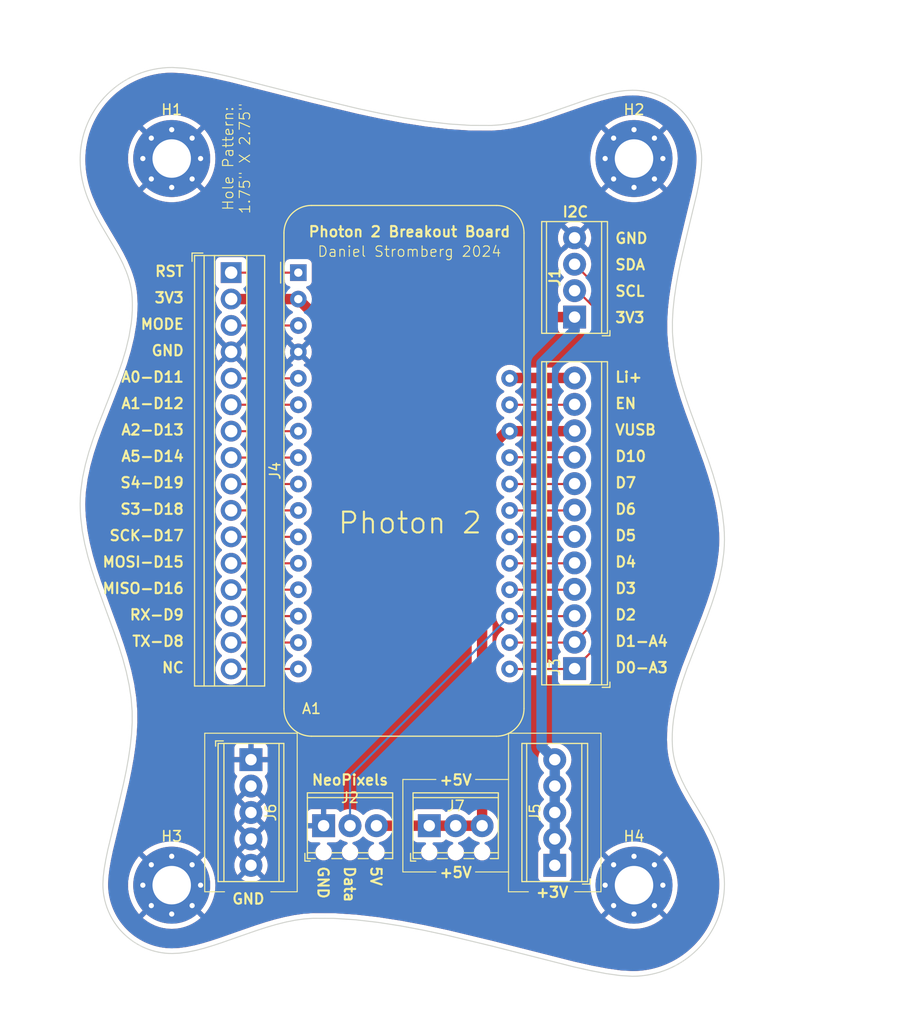
<source format=kicad_pcb>
(kicad_pcb (version 20240108) (generator "pcbnew") (generator_version "8.0")
  (layers (0 "F.Cu" signal) (31 "B.Cu" signal) (34 "B.Paste" user) (35 "F.Paste" user) (36 "B.SilkS" user "B.Silkscreen") (37 "F.SilkS" user "F.Silkscreen") (38 "B.Mask" user) (39 "F.Mask" user) (44 "Edge.Cuts" user))
  (net 0 "")
  (net 1 "GND")
  (net 2 "Net-(A1-SCK)")
  (net 3 "Net-(A1-~{RESET})")
  (net 4 "Net-(A1-MODE)")
  (net 5 "Net-(A1-D4)")
  (net 6 "Net-(A1-A5)")
  (net 7 "Net-(A1-SDA_A3)")
  (net 8 "Net-(A1-D6)")
  (net 9 "Net-(A1-RX)")
  (net 10 "Net-(A1-A2)")
  (net 11 "Net-(A1-D18_S3)")
  (net 12 "Net-(A1-D19_S4)")
  (net 13 "Net-(A1-D7)")
  (net 14 "Net-(A1-D10)")
  (net 15 "Net-(A1-TX)")
  (net 16 "Net-(A1-A0)")
  (net 17 "+5V")
  (net 18 "Net-(A1-A1)")
  (net 19 "+3V3")
  (net 20 "Net-(A1-D5)")
  (net 21 "Net-(A1-NC)")
  (net 22 "+BATT")
  (net 23 "Net-(A1-SCL_A4)")
  (net 24 "Net-(A1-MOSI)")
  (net 25 "Net-(A1-D3)")
  (net 26 "Net-(A1-MISO)")
  (net 27 "Net-(A1-EN)")
  (net 28 "Net-(A1-D2)")
  (footprint "TerminalBlock:TerminalBlock_Xinya_XY308-2.54-16P_1x16_P2.54mm_Horizontal" (layer "F.Cu") (at 121.285 77.005768 -90)
    (property "Reference" "J4" (at 19.05 -4.22 90) (layer "F.SilkS"))
    (property "Value" "Screw_Terminal_01x16")
    (fp_line (start -1.88 3.76) (end -1.08 3.76) (stroke (width 0.12)) (layer "F.SilkS"))
    (fp_line (start -1.64 3.52) (end 39.74 3.52) (stroke (width 0.12)) (layer "F.SilkS"))
    (fp_line (start -1.88 2.72) (end -1.88 3.76) (stroke (width 0.12)) (layer "F.SilkS"))
    (fp_line (start -1.64 2.6) (end 39.74 2.6) (stroke (width 0.12)) (layer "F.SilkS"))
    (fp_line (start -1.64 1.6) (end 39.74 1.6) (stroke (width 0.12)) (layer "F.SilkS"))
    (fp_line (start -1.64 -1.501) (end 39.74 -1.501) (stroke (width 0.12)) (layer "F.SilkS"))
    (fp_line (start -1.64 -3.22) (end -1.64 3.52) (stroke (width 0.12)) (layer "F.SilkS"))
    (fp_line (start -1.64 -3.22) (end 39.74 -3.22) (stroke (width 0.12)) (layer "F.SilkS"))
    (fp_line (start 39.74 -3.22) (end 39.74 3.52) (stroke (width 0.12)) (layer "F.SilkS"))
    (pad "1" thru_hole rect (at 0 0 270) (size 2 2) (drill 1.2) (layers "*.Cu" "*.Mask") (net 3 "Net-(A1-~{RESET})"))
    (pad "2" thru_hole circle (at 2.54 0 270) (size 2 2) (drill 1.2) (layers "*.Cu" "*.Mask") (net 19 "+3V3"))
    (pad "3" thru_hole circle (at 5.08 0 270) (size 2 2) (drill 1.2) (layers "*.Cu" "*.Mask") (net 4 "Net-(A1-MODE)"))
    (pad "4" thru_hole circle (at 7.62 0 270) (size 2 2) (drill 1.2) (layers "*.Cu" "*.Mask") (net 1 "GND"))
    (pad "5" thru_hole circle (at 10.16 0 270) (size 2 2) (drill 1.2) (layers "*.Cu" "*.Mask") (net 16 "Net-(A1-A0)"))
    (pad "6" thru_hole circle (at 12.7 0 270) (size 2 2) (drill 1.2) (layers "*.Cu" "*.Mask") (net 18 "Net-(A1-A1)"))
    (pad "7" thru_hole circle (at 15.24 0 270) (size 2 2) (drill 1.2) (layers "*.Cu" "*.Mask") (net 10 "Net-(A1-A2)"))
    (pad "8" thru_hole circle (at 17.78 0 270) (size 2 2) (drill 1.2) (layers "*.Cu" "*.Mask") (net 6 "Net-(A1-A5)"))
    (pad "9" thru_hole circle (at 20.32 0 270) (size 2 2) (drill 1.2) (layers "*.Cu" "*.Mask") (net 12 "Net-(A1-D19_S4)"))
    (pad "10" thru_hole circle (at 22.86 0 270) (size 2 2) (drill 1.2) (layers "*.Cu" "*.Mask") (net 11 "Net-(A1-D18_S3)"))
    (pad "11" thru_hole circle (at 25.4 0 270) (size 2 2) (drill 1.2) (layers "*.Cu" "*.Mask") (net 2 "Net-(A1-SCK)"))
    (pad "12" thru_hole circle (at 27.94 0 270) (size 2 2) (drill 1.2) (layers "*.Cu" "*.Mask") (net 24 "Net-(A1-MOSI)"))
    (pad "13" thru_hole circle (at 30.48 0 270) (size 2 2) (drill 1.2) (layers "*.Cu" "*.Mask") (net 26 "Net-(A1-MISO)"))
    (pad "14" thru_hole circle (at 33.02 0 270) (size 2 2) (drill 1.2) (layers "*.Cu" "*.Mask") (net 9 "Net-(A1-RX)"))
    (pad "15" thru_hole circle (at 35.56 0 270) (size 2 2) (drill 1.2) (layers "*.Cu" "*.Mask") (net 15 "Net-(A1-TX)"))
    (pad "16" thru_hole circle (at 38.1 0 270) (size 2 2) (drill 1.2) (layers "*.Cu" "*.Mask") (net 21 "Net-(A1-NC)"))
  )
  (footprint "TerminalBlock_Phoenix:TerminalBlock_Phoenix_MPT-0,5-5-2.54_1x05_P2.54mm_Horizontal" (layer "F.Cu") (at 152.4 133.985 90)
    (property "Reference" "J5" (at 5.08 -1.905 -90) (layer "F.SilkS"))
    (property "Value" "+3V")
    (fp_line (start 11.72 -3.16) (end 11.72 3.16) (stroke (width 0.12)) (layer "F.SilkS"))
    (fp_line (start -1.56 -3.16) (end 11.72 -3.16) (stroke (width 0.12)) (layer "F.SilkS"))
    (fp_line (start -1.56 -3.16) (end -1.56 3.16) (stroke (width 0.12)) (layer "F.SilkS"))
    (fp_line (start -1.56 -2.7) (end 11.72 -2.7) (stroke (width 0.12)) (layer "F.SilkS"))
    (fp_line (start -1.56 2.6) (end 11.72 2.6) (stroke (width 0.12)) (layer "F.SilkS"))
    (fp_line (start -1.8 2.66) (end -1.8 3.4) (stroke (width 0.12)) (layer "F.SilkS"))
    (fp_line (start -1.56 3.16) (end 11.72 3.16) (stroke (width 0.12)) (layer "F.SilkS"))
    (fp_line (start -1.8 3.4) (end -1.3 3.4) (stroke (width 0.12)) (layer "F.SilkS"))
    (pad "1" thru_hole rect (at 0 0 90) (size 2.2 2.2) (drill 1.1) (layers "*.Cu" "*.Mask") (net 19 "+3V3"))
    (pad "2" thru_hole circle (at 2.54 0 90) (size 2.2 2.2) (drill 1.1) (layers "*.Cu" "*.Mask") (net 19 "+3V3"))
    (pad "3" thru_hole circle (at 5.08 0 90) (size 2.2 2.2) (drill 1.1) (layers "*.Cu" "*.Mask") (net 19 "+3V3"))
    (pad "4" thru_hole circle (at 7.62 0 90) (size 2.2 2.2) (drill 1.1) (layers "*.Cu" "*.Mask") (net 19 "+3V3"))
    (pad "5" thru_hole circle (at 10.16 0 90) (size 2.2 2.2) (drill 1.1) (layers "*.Cu" "*.Mask") (net 19 "+3V3"))
  )
  (footprint "MountingHole:MountingHole_3.7mm_Pad_Via" (layer "F.Cu") (at 115.57 135.89)
    (property "Reference" "H3" (at 0 -4.7 0) (layer "F.SilkS"))
    (property "Value" "MountingHole_Pad")
    (pad "1" thru_hole circle (at -2.775 0) (size 0.8 0.8) (drill 0.5) (layers "*.Cu" "*.Mask") (net 1 "GND"))
    (pad "1" thru_hole circle (at -1.962221 -1.962221) (size 0.8 0.8) (drill 0.5) (layers "*.Cu" "*.Mask") (net 1 "GND"))
    (pad "1" thru_hole circle (at -1.962221 1.962221) (size 0.8 0.8) (drill 0.5) (layers "*.Cu" "*.Mask") (net 1 "GND"))
    (pad "1" thru_hole circle (at 0 -2.775) (size 0.8 0.8) (drill 0.5) (layers "*.Cu" "*.Mask") (net 1 "GND"))
    (pad "1" thru_hole circle (at 0 0) (size 7.4 7.4) (drill 3.7) (layers "*.Cu" "*.Mask") (net 1 "GND"))
    (pad "1" thru_hole circle (at 0 2.775) (size 0.8 0.8) (drill 0.5) (layers "*.Cu" "*.Mask") (net 1 "GND"))
    (pad "1" thru_hole circle (at 1.962221 -1.962221) (size 0.8 0.8) (drill 0.5) (layers "*.Cu" "*.Mask") (net 1 "GND"))
    (pad "1" thru_hole circle (at 1.962221 1.962221) (size 0.8 0.8) (drill 0.5) (layers "*.Cu" "*.Mask") (net 1 "GND"))
    (pad "1" thru_hole circle (at 2.775 0) (size 0.8 0.8) (drill 0.5) (layers "*.Cu" "*.Mask") (net 1 "GND"))
  )
  (footprint "TerminalBlock_Phoenix:TerminalBlock_Phoenix_MPT-0,5-12-2.54_1x12_P2.54mm_Horizontal" (layer "F.Cu") (at 154.305 115.072162 90)
    (property "Reference" "J3" (at 0.137162 -1.905 -90) (layer "F.SilkS"))
    (property "Value" "Screw_Terminal_01x12")
    (fp_line (start 29.501 -3.16) (end 29.501 3.16) (stroke (width 0.12)) (layer "F.SilkS"))
    (fp_line (start -1.56 -3.16) (end 29.501 -3.16) (stroke (width 0.12)) (layer "F.SilkS"))
    (fp_line (start -1.56 -3.16) (end -1.56 3.16) (stroke (width 0.12)) (layer "F.SilkS"))
    (fp_line (start -1.56 -2.7) (end 29.501 -2.7) (stroke (width 0.12)) (layer "F.SilkS"))
    (fp_line (start -1.56 2.6) (end 29.501 2.6) (stroke (width 0.12)) (layer "F.SilkS"))
    (fp_line (start -1.8 2.66) (end -1.8 3.4) (stroke (width 0.12)) (layer "F.SilkS"))
    (fp_line (start -1.56 3.16) (end 29.501 3.16) (stroke (width 0.12)) (layer "F.SilkS"))
    (fp_line (start -1.8 3.4) (end -1.3 3.4) (stroke (width 0.12)) (layer "F.SilkS"))
    (pad "1" thru_hole rect (at 0 0 90) (size 2.2 2.2) (drill 1.1) (layers "*.Cu" "*.Mask") (net 7 "Net-(A1-SDA_A3)"))
    (pad "2" thru_hole circle (at 2.54 0 90) (size 2.2 2.2) (drill 1.1) (layers "*.Cu" "*.Mask") (net 23 "Net-(A1-SCL_A4)"))
    (pad "3" thru_hole circle (at 5.08 0 90) (size 2.2 2.2) (drill 1.1) (layers "*.Cu" "*.Mask") (net 28 "Net-(A1-D2)"))
    (pad "4" thru_hole circle (at 7.62 0 90) (size 2.2 2.2) (drill 1.1) (layers "*.Cu" "*.Mask") (net 25 "Net-(A1-D3)"))
    (pad "5" thru_hole circle (at 10.16 0 90) (size 2.2 2.2) (drill 1.1) (layers "*.Cu" "*.Mask") (net 5 "Net-(A1-D4)"))
    (pad "6" thru_hole circle (at 12.7 0 90) (size 2.2 2.2) (drill 1.1) (layers "*.Cu" "*.Mask") (net 20 "Net-(A1-D5)"))
    (pad "7" thru_hole circle (at 15.24 0 90) (size 2.2 2.2) (drill 1.1) (layers "*.Cu" "*.Mask") (net 8 "Net-(A1-D6)"))
    (pad "8" thru_hole circle (at 17.78 0 90) (size 2.2 2.2) (drill 1.1) (layers "*.Cu" "*.Mask") (net 13 "Net-(A1-D7)"))
    (pad "9" thru_hole circle (at 20.32 0 90) (size 2.2 2.2) (drill 1.1) (layers "*.Cu" "*.Mask") (net 14 "Net-(A1-D10)"))
    (pad "10" thru_hole circle (at 22.86 0 90) (size 2.2 2.2) (drill 1.1) (layers "*.Cu" "*.Mask") (net 17 "+5V"))
    (pad "11" thru_hole circle (at 25.4 0 90) (size 2.2 2.2) (drill 1.1) (layers "*.Cu" "*.Mask") (net 27 "Net-(A1-EN)"))
    (pad "12" thru_hole circle (at 27.94 0 90) (size 2.2 2.2) (drill 1.1) (layers "*.Cu" "*.Mask") (net 22 "+BATT"))
  )
  (footprint "TerminalBlock_Phoenix:TerminalBlock_Phoenix_MPT-0,5-3-2.54_1x03_P2.54mm_Horizontal" (layer "F.Cu") (at 130.175 130.175)
    (property "Reference" "J2" (at 2.54 -2.7 0) (layer "F.SilkS"))
    (property "Value" "NeoPixels")
    (fp_line (start -1.8 2.66) (end -1.8 3.4) (stroke (width 0.12)) (layer "F.SilkS"))
    (fp_line (start -1.8 3.4) (end -1.3 3.4) (stroke (width 0.12)) (layer "F.SilkS"))
    (fp_line (start -1.56 -3.16) (end -1.56 3.16) (stroke (width 0.12)) (layer "F.SilkS"))
    (fp_line (start -1.56 -3.16) (end 6.64 -3.16) (stroke (width 0.12)) (layer "F.SilkS"))
    (fp_line (start -1.56 -2.7) (end 6.64 -2.7) (stroke (width 0.12)) (layer "F.SilkS"))
    (fp_line (start -1.56 2.6) (end -0.79 2.6) (stroke (width 0.12)) (layer "F.SilkS"))
    (fp_line (start -1.56 3.16) (end -0.79 3.16) (stroke (width 0.12)) (layer "F.SilkS"))
    (fp_line (start 0.79 2.6) (end 1.75 2.6) (stroke (width 0.12)) (layer "F.SilkS"))
    (fp_line (start 0.79 3.16) (end 1.75 3.16) (stroke (width 0.12)) (layer "F.SilkS"))
    (fp_line (start 3.33 2.6) (end 4.29 2.6) (stroke (width 0.12)) (layer "F.SilkS"))
    (fp_line (start 3.33 3.16) (end 4.29 3.16) (stroke (width 0.12)) (layer "F.SilkS"))
    (fp_line (start 5.87 2.6) (end 6.64 2.6) (stroke (width 0.12)) (layer "F.SilkS"))
    (fp_line (start 5.87 3.16) (end 6.64 3.16) (stroke (width 0.12)) (layer "F.SilkS"))
    (fp_line (start 6.64 -3.16) (end 6.64 3.16) (stroke (width 0.12)) (layer "F.SilkS"))
    (pad "" np_thru_hole circle (at 0 2.54) (size 1.1 1.1) (drill 1.1) (layers "*.Cu" "*.Mask"))
    (pad "" np_thru_hole circle (at 2.54 2.54) (size 1.1 1.1) (drill 1.1) (layers "*.Cu" "*.Mask"))
    (pad "" np_thru_hole circle (at 5.08 2.54) (size 1.1 1.1) (drill 1.1) (layers "*.Cu" "*.Mask"))
    (pad "1" thru_hole rect (at 0 0) (size 2.2 2.2) (drill 1.1) (layers "*.Cu" "*.Mask") (net 1 "GND"))
    (pad "2" thru_hole circle (at 2.54 0) (size 2.2 2.2) (drill 1.1) (layers "*.Cu" "*.Mask") (net 28 "Net-(A1-D2)"))
    (pad "3" thru_hole circle (at 5.08 0) (size 2.2 2.2) (drill 1.1) (layers "*.Cu" "*.Mask") (net 17 "+5V"))
  )
  (footprint "TerminalBlock_Phoenix:TerminalBlock_Phoenix_MPT-0,5-5-2.54_1x05_P2.54mm_Horizontal" (layer "F.Cu") (at 123.19 123.825 -90)
    (property "Reference" "J6" (at 5.08 -1.905 90) (layer "F.SilkS"))
    (property "Value" "GND")
    (fp_line (start -1.8 3.4) (end -1.3 3.4) (stroke (width 0.12)) (layer "F.SilkS"))
    (fp_line (start -1.56 3.16) (end 11.72 3.16) (stroke (width 0.12)) (layer "F.SilkS"))
    (fp_line (start -1.8 2.66) (end -1.8 3.4) (stroke (width 0.12)) (layer "F.SilkS"))
    (fp_line (start -1.56 2.6) (end 11.72 2.6) (stroke (width 0.12)) (layer "F.SilkS"))
    (fp_line (start -1.56 -2.7) (end 11.72 -2.7) (stroke (width 0.12)) (layer "F.SilkS"))
    (fp_line (start -1.56 -3.16) (end -1.56 3.16) (stroke (width 0.12)) (layer "F.SilkS"))
    (fp_line (start -1.56 -3.16) (end 11.72 -3.16) (stroke (width 0.12)) (layer "F.SilkS"))
    (fp_line (start 11.72 -3.16) (end 11.72 3.16) (stroke (width 0.12)) (layer "F.SilkS"))
    (pad "1" thru_hole rect (at 0 0 270) (size 2.2 2.2) (drill 1.1) (layers "*.Cu" "*.Mask") (net 1 "GND"))
    (pad "2" thru_hole circle (at 2.54 0 270) (size 2.2 2.2) (drill 1.1) (layers "*.Cu" "*.Mask") (net 1 "GND"))
    (pad "3" thru_hole circle (at 5.08 0 270) (size 2.2 2.2) (drill 1.1) (layers "*.Cu" "*.Mask") (net 1 "GND"))
    (pad "4" thru_hole circle (at 7.62 0 270) (size 2.2 2.2) (drill 1.1) (layers "*.Cu" "*.Mask") (net 1 "GND"))
    (pad "5" thru_hole circle (at 10.16 0 270) (size 2.2 2.2) (drill 1.1) (layers "*.Cu" "*.Mask") (net 1 "GND"))
  )
  (footprint "MountingHole:MountingHole_3.7mm_Pad_Via" (layer "F.Cu") (at 160.02 66.04)
    (property "Reference" "H2" (at 0 -4.7 0) (layer "F.SilkS"))
    (property "Value" "MountingHole_Pad")
    (pad "1" thru_hole circle (at -2.775 0) (size 0.8 0.8) (drill 0.5) (layers "*.Cu" "*.Mask") (net 1 "GND"))
    (pad "1" thru_hole circle (at -1.962221 -1.962221) (size 0.8 0.8) (drill 0.5) (layers "*.Cu" "*.Mask") (net 1 "GND"))
    (pad "1" thru_hole circle (at -1.962221 1.962221) (size 0.8 0.8) (drill 0.5) (layers "*.Cu" "*.Mask") (net 1 "GND"))
    (pad "1" thru_hole circle (at 0 -2.775) (size 0.8 0.8) (drill 0.5) (layers "*.Cu" "*.Mask") (net 1 "GND"))
    (pad "1" thru_hole circle (at 0 0) (size 7.4 7.4) (drill 3.7) (layers "*.Cu" "*.Mask") (net 1 "GND"))
    (pad "1" thru_hole circle (at 0 2.775) (size 0.8 0.8) (drill 0.5) (layers "*.Cu" "*.Mask") (net 1 "GND"))
    (pad "1" thru_hole circle (at 1.962221 -1.962221) (size 0.8 0.8) (drill 0.5) (layers "*.Cu" "*.Mask") (net 1 "GND"))
    (pad "1" thru_hole circle (at 1.962221 1.962221) (size 0.8 0.8) (drill 0.5) (layers "*.Cu" "*.Mask") (net 1 "GND"))
    (pad "1" thru_hole circle (at 2.775 0) (size 0.8 0.8) (drill 0.5) (layers "*.Cu" "*.Mask") (net 1 "GND"))
  )
  (footprint "MountingHole:MountingHole_3.7mm_Pad_Via" (layer "F.Cu") (at 115.57 66.04)
    (property "Reference" "H1" (at 0 -4.7 0) (layer "F.SilkS"))
    (property "Value" "MountingHole_Pad")
    (pad "1" thru_hole circle (at -2.775 0) (size 0.8 0.8) (drill 0.5) (layers "*.Cu" "*.Mask") (net 1 "GND"))
    (pad "1" thru_hole circle (at -1.962221 -1.962221) (size 0.8 0.8) (drill 0.5) (layers "*.Cu" "*.Mask") (net 1 "GND"))
    (pad "1" thru_hole circle (at -1.962221 1.962221) (size 0.8 0.8) (drill 0.5) (layers "*.Cu" "*.Mask") (net 1 "GND"))
    (pad "1" thru_hole circle (at 0 -2.775) (size 0.8 0.8) (drill 0.5) (layers "*.Cu" "*.Mask") (net 1 "GND"))
    (pad "1" thru_hole circle (at 0 0) (size 7.4 7.4) (drill 3.7) (layers "*.Cu" "*.Mask") (net 1 "GND"))
    (pad "1" thru_hole circle (at 0 2.775) (size 0.8 0.8) (drill 0.5) (layers "*.Cu" "*.Mask") (net 1 "GND"))
    (pad "1" thru_hole circle (at 1.962221 -1.962221) (size 0.8 0.8) (drill 0.5) (layers "*.Cu" "*.Mask") (net 1 "GND"))
    (pad "1" thru_hole circle (at 1.962221 1.962221) (size 0.8 0.8) (drill 0.5) (layers "*.Cu" "*.Mask") (net 1 "GND"))
    (pad "1" thru_hole circle (at 2.775 0) (size 0.8 0.8) (drill 0.5) (layers "*.Cu" "*.Mask") (net 1 "GND"))
  )
  (footprint "TerminalBlock_Phoenix:TerminalBlock_Phoenix_MPT-0,5-4-2.54_1x04_P2.54mm_Horizontal" (layer "F.Cu") (at 154.305 81.28 90)
    (property "Reference" "J1" (at 3.81 -1.905 -90) (layer "F.SilkS") (effects (font (thickness 0.2) (bold yes))))
    (property "Value" "I2C" (hide yes))
    (fp_line (start 9.18 -3.16) (end 9.18 3.16) (stroke (width 0.12)) (layer "F.SilkS"))
    (fp_line (start -1.56 -3.16) (end 9.18 -3.16) (stroke (width 0.12)) (layer "F.SilkS"))
    (fp_line (start -1.56 -3.16) (end -1.56 3.16) (stroke (width 0.12)) (layer "F.SilkS"))
    (fp_line (start -1.56 -2.7) (end 9.18 -2.7) (stroke (width 0.12)) (layer "F.SilkS"))
    (fp_line (start -1.56 2.6) (end 9.18 2.6) (stroke (width 0.12)) (layer "F.SilkS"))
    (fp_line (start -1.8 2.66) (end -1.8 3.4) (stroke (width 0.12)) (layer "F.SilkS"))
    (fp_line (start -1.56 3.16) (end 9.18 3.16) (stroke (width 0.12)) (layer "F.SilkS"))
    (fp_line (start -1.8 3.4) (end -1.3 3.4) (stroke (width 0.12)) (layer "F.SilkS"))
    (pad "1" thru_hole rect (at 0 0 90) (size 2.2 2.2) (drill 1.1) (layers "*.Cu" "*.Mask") (net 19 "+3V3"))
    (pad "2" thru_hole circle (at 2.54 0 90) (size 2.2 2.2) (drill 1.1) (layers "*.Cu" "*.Mask") (net 23 "Net-(A1-SCL_A4)"))
    (pad "3" thru_hole circle (at 5.08 0 90) (size 2.2 2.2) (drill 1.1) (layers "*.Cu" "*.Mask") (net 7 "Net-(A1-SDA_A3)"))
    (pad "4" thru_hole circle (at 7.62 0 90) (size 2.2 2.2) (drill 1.1) (layers "*.Cu" "*.Mask") (net 1 "GND"))
  )
  (footprint "MountingHole:MountingHole_3.7mm_Pad_Via" (layer "F.Cu") (at 160.02 135.89)
    (property "Reference" "H4" (at 0 -4.7 0) (layer "F.SilkS"))
    (property "Value" "MountingHole_Pad")
    (pad "1" thru_hole circle (at -2.775 0) (size 0.8 0.8) (drill 0.5) (layers "*.Cu" "*.Mask") (net 1 "GND"))
    (pad "1" thru_hole circle (at -1.962221 -1.962221) (size 0.8 0.8) (drill 0.5) (layers "*.Cu" "*.Mask") (net 1 "GND"))
    (pad "1" thru_hole circle (at -1.962221 1.962221) (size 0.8 0.8) (drill 0.5) (layers "*.Cu" "*.Mask") (net 1 "GND"))
    (pad "1" thru_hole circle (at 0 -2.775) (size 0.8 0.8) (drill 0.5) (layers "*.Cu" "*.Mask") (net 1 "GND"))
    (pad "1" thru_hole circle (at 0 0) (size 7.4 7.4) (drill 3.7) (layers "*.Cu" "*.Mask") (net 1 "GND"))
    (pad "1" thru_hole circle (at 0 2.775) (size 0.8 0.8) (drill 0.5) (layers "*.Cu" "*.Mask") (net 1 "GND"))
    (pad "1" thru_hole circle (at 1.962221 -1.962221) (size 0.8 0.8) (drill 0.5) (layers "*.Cu" "*.Mask") (net 1 "GND"))
    (pad "1" thru_hole circle (at 1.962221 1.962221) (size 0.8 0.8) (drill 0.5) (layers "*.Cu" "*.Mask") (net 1 "GND"))
    (pad "1" thru_hole circle (at 2.775 0) (size 0.8 0.8) (drill 0.5) (layers "*.Cu" "*.Mask") (net 1 "GND"))
  )
  (footprint "ParticleBoards:Photon_2" (layer "F.Cu") (at 127.7425 77.01)
    (property "Reference" "A1" (at 1.27 41.91 0) (layer "F.SilkS"))
    (property "Value" "Particle_Photon_2")
    (fp_line (start -1.7 1) (end -1.7 -1) (stroke (width 0.12)) (layer "F.SilkS"))
    (fp_line (start -1.38 -3.81) (end -1.38 41.91) (stroke (width 0.12)) (layer "F.SilkS"))
    (fp_line (start 19.05 -6.46) (end 1.27 -6.46) (stroke (width 0.12)) (layer "F.SilkS"))
    (fp_line (start 19.05 44.56) (end 1.27 44.56) (stroke (width 0.12)) (layer "F.SilkS"))
    (fp_line (start 21.7 -3.81) (end 21.7 41.91) (stroke (width 0.12)) (layer "F.SilkS"))
    (fp_arc (start -1.38 -3.81) (mid -0.603833 -5.683833) (end 1.27 -6.46) (stroke (width 0.12)) (layer "F.SilkS"))
    (fp_arc (start 1.27 44.56) (mid -0.603833 43.783833) (end -1.38 41.91) (stroke (width 0.12)) (layer "F.SilkS"))
    (fp_arc (start 19.05 -6.46) (mid 20.923833 -5.683833) (end 21.7 -3.81) (stroke (width 0.12)) (layer "F.SilkS"))
    (fp_arc (start 21.7 41.91) (mid 20.923833 43.783833) (end 19.05 44.56) (stroke (width 0.12)) (layer "F.SilkS"))
    (pad "1" thru_hole rect (at 0 0 180) (size 1.6 1.6) (drill 0.8) (layers "*.Cu" "*.Mask") (net 3 "Net-(A1-~{RESET})"))
    (pad "2" thru_hole circle (at 0 2.54 180) (size 1.6 1.6) (drill 0.8) (layers "*.Cu" "*.Mask") (net 19 "+3V3"))
    (pad "3" thru_hole circle (at 0 5.08 180) (size 1.6 1.6) (drill 0.8) (layers "*.Cu" "*.Mask") (net 4 "Net-(A1-MODE)"))
    (pad "4" thru_hole circle (at 0 7.62 180) (size 1.6 1.6) (drill 0.8) (layers "*.Cu" "*.Mask") (net 1 "GND"))
    (pad "5" thru_hole circle (at 0 10.16 180) (size 1.6 1.6) (drill 0.8) (layers "*.Cu" "*.Mask") (net 16 "Net-(A1-A0)"))
    (pad "6" thru_hole circle (at 0 12.7 180) (size 1.6 1.6) (drill 0.8) (layers "*.Cu" "*.Mask") (net 18 "Net-(A1-A1)"))
    (pad "7" thru_hole circle (at 0 15.24 180) (size 1.6 1.6) (drill 0.8) (layers "*.Cu" "*.Mask") (net 10 "Net-(A1-A2)"))
    (pad "8" thru_hole circle (at 0 17.78 180) (size 1.6 1.6) (drill 0.8) (layers "*.Cu" "*.Mask") (net 6 "Net-(A1-A5)"))
    (pad "9" thru_hole circle (at 0 20.32 180) (size 1.6 1.6) (drill 0.8) (layers "*.Cu" "*.Mask") (net 12 "Net-(A1-D19_S4)"))
    (pad "10" thru_hole circle (at 0 22.86 180) (size 1.6 1.6) (drill 0.8) (layers "*.Cu" "*.Mask") (net 11 "Net-(A1-D18_S3)"))
    (pad "11" thru_hole circle (at 0 25.4 180) (size 1.6 1.6) (drill 0.8) (layers "*.Cu" "*.Mask") (net 2 "Net-(A1-SCK)"))
    (pad "12" thru_hole circle (at 0 27.94 180) (size 1.6 1.6) (drill 0.8) (layers "*.Cu" "*.Mask") (net 24 "Net-(A1-MOSI)"))
    (pad "13" thru_hole circle (at 0 30.48 180) (size 1.6 1.6) (drill 0.8) (layers "*.Cu" "*.Mask") (net 26 "Net-(A1-MISO)"))
    (pad "14" thru_hole circle (at 0 33.02 180) (size 1.6 1.6) (drill 0.8) (layers "*.Cu" "*.Mask") (net 9 "Net-(A1-RX)"))
    (pad "15" thru_hole circle (at 0 35.56 180) (size 1.6 1.6) (drill 0.8) (layers "*.Cu" "*.Mask") (net 15 "Net-(A1-TX)"))
    (pad "16" thru_hole circle (at 0 38.1 180) (size 1.6 1.6) (drill 0.8) (layers "*.Cu" "*.Mask") (net 21 "Net-(A1-NC)"))
    (pad "17" thru_hole circle (at 20.32 38.1 180) (size 1.6 1.6) (drill 0.8) (layers "*.Cu" "*.Mask") (net 7 "Net-(A1-SDA_A3)"))
    (pad "18" thru_hole circle (at 20.32 35.56 180) (size 1.6 1.6) (drill 0.8) (layers "*.Cu" "*.Mask") (net 23 "Net-(A1-SCL_A4)"))
    (pad "19" thru_hole circle (at 20.32 33.02 180) (size 1.6 1.6) (drill 0.8) (layers "*.Cu" "*.Mask") (net 28 "Net-(A1-D2)"))
    (pad "20" thru_hole circle (at 20.32 30.48 180) (size 1.6 1.6) (drill 0.8) (layers "*.Cu" "*.Mask") (net 25 "Net-(A1-D3)"))
    (pad "21" thru_hole circle (at 20.32 27.94 180) (size 1.6 1.6) (drill 0.8) (layers "*.Cu" "*.Mask") (net 5 "Net-(A1-D4)"))
    (pad "22" thru_hole circle (at 20.32 25.4 180) (size 1.6 1.6) (drill 0.8) (layers "*.Cu" "*.Mask") (net 20 "Net-(A1-D5)"))
    (pad "23" thru_hole circle (at 20.32 22.86 180) (size 1.6 1.6) (drill 0.8) (layers "*.Cu" "*.Mask") (net 8 "Net-(A1-D6)"))
    (pad "24" thru_hole circle (at 20.32 20.32 180) (size 1.6 1.6) (drill 0.8) (layers "*.Cu" "*.Mask") (net 13 "Net-(A1-D7)"))
    (pad "25" thru_hole circle (at 20.32 17.78 180) (size 1.6 1.6) (drill 0.8) (layers "*.Cu" "*.Mask") (net 14 "Net-(A1-D10)"))
    (pad "26" thru_hole circle (at 20.32 15.24 180) (size 1.6 1.6) (drill 0.8) (layers "*.Cu" "*.Mask") (net 17 "+5V"))
    (pad "27" thru_hole circle (at 20.32 12.7 180) (size 1.6 1.6) (drill 0.8) (layers "*.Cu" "*.Mask") (net 27 "Net-(A1-EN)"))
    (pad "28" thru_hole circle (at 20.32 10.16 180) (size 1.6 1.6) (drill 0.8) (layers "*.Cu" "*.Mask") (net 22 "+BATT"))
  )
  (footprint "TerminalBlock_Phoenix:TerminalBlock_Phoenix_MPT-0,5-3-2.54_1x03_P2.54mm_Horizontal" (layer "F.Cu") (at 140.335 130.175)
    (property "Reference" "J7" (at 2.54 -1.905 0) (layer "F.SilkS"))
    (property "Value" "+5V")
    (fp_line (start -1.8 2.66) (end -1.8 3.4) (stroke (width 0.12)) (layer "F.SilkS"))
    (fp_line (start -1.8 3.4) (end -1.3 3.4) (stroke (width 0.12)) (layer "F.SilkS"))
    (fp_line (start -1.56 -3.16) (end -1.56 3.16) (stroke (width 0.12)) (layer "F.SilkS"))
    (fp_line (start -1.56 -3.16) (end 6.64 -3.16) (stroke (width 0.12)) (layer "F.SilkS"))
    (fp_line (start -1.56 -2.7) (end 6.64 -2.7) (stroke (width 0.12)) (layer "F.SilkS"))
    (fp_line (start -1.56 2.6) (end -0.79 2.6) (stroke (width 0.12)) (layer "F.SilkS"))
    (fp_line (start -1.56 3.16) (end -0.79 3.16) (stroke (width 0.12)) (layer "F.SilkS"))
    (fp_line (start 0.79 2.6) (end 1.75 2.6) (stroke (width 0.12)) (layer "F.SilkS"))
    (fp_line (start 0.79 3.16) (end 1.75 3.16) (stroke (width 0.12)) (layer "F.SilkS"))
    (fp_line (start 3.33 2.6) (end 4.29 2.6) (stroke (width 0.12)) (layer "F.SilkS"))
    (fp_line (start 3.33 3.16) (end 4.29 3.16) (stroke (width 0.12)) (layer "F.SilkS"))
    (fp_line (start 5.87 2.6) (end 6.64 2.6) (stroke (width 0.12)) (layer "F.SilkS"))
    (fp_line (start 5.87 3.16) (end 6.64 3.16) (stroke (width 0.12)) (layer "F.SilkS"))
    (fp_line (start 6.64 -3.16) (end 6.64 3.16) (stroke (width 0.12)) (layer "F.SilkS"))
    (pad "" np_thru_hole circle (at 0 2.54) (size 1.1 1.1) (drill 1.1) (layers "*.Cu" "*.Mask"))
    (pad "" np_thru_hole circle (at 2.54 2.54) (size 1.1 1.1) (drill 1.1) (layers "*.Cu" "*.Mask"))
    (pad "" np_thru_hole circle (at 5.08 2.54) (size 1.1 1.1) (drill 1.1) (layers "*.Cu" "*.Mask"))
    (pad "1" thru_hole rect (at 0 0) (size 2.2 2.2) (drill 1.1) (layers "*.Cu" "*.Mask") (net 17 "+5V"))
    (pad "2" thru_hole circle (at 2.54 0) (size 2.2 2.2) (drill 1.1) (layers "*.Cu" "*.Mask") (net 17 "+5V"))
    (pad "3" thru_hole circle (at 5.08 0) (size 2.2 2.2) (drill 1.1) (layers "*.Cu" "*.Mask") (net 17 "+5V"))
  )
  (gr_line (start 144.78 125.73) (end 147.955 125.73) (stroke (width 0.1)) (layer "F.SilkS"))
  (gr_line (start 127.635 136.525) (end 127.635 121.285) (stroke (width 0.1)) (layer "F.SilkS"))
  (gr_line (start 147.955 121.285) (end 147.955 136.525) (stroke (width 0.1)) (layer "F.SilkS"))
  (gr_line (start 125.095 136.525) (end 127.635 136.525) (stroke (width 0.1)) (layer "F.SilkS"))
  (gr_line (start 154.305 136.525) (end 156.845 136.525) (stroke (width 0.1)) (layer "F.SilkS"))
  (gr_line (start 147.955 136.525) (end 149.86 136.525) (stroke (width 0.1)) (layer "F.SilkS"))
  (gr_line (start 137.795 134.62) (end 137.795 125.73) (stroke (width 0.1)) (layer "F.SilkS"))
  (gr_line (start 127.635 121.285) (end 118.745 121.285) (stroke (width 0.1)) (layer "F.SilkS"))
  (gr_line (start 137.795 125.73) (end 140.97 125.73) (stroke (width 0.1)) (layer "F.SilkS"))
  (gr_line (start 144.78 134.62) (end 147.955 134.62) (stroke (width 0.1)) (layer "F.SilkS"))
  (gr_line (start 156.845 136.525) (end 156.845 121.285) (stroke (width 0.1)) (layer "F.SilkS"))
  (gr_line (start 118.745 136.525) (end 120.65 136.525) (stroke (width 0.1)) (layer "F.SilkS"))
  (gr_line (start 140.97 134.62) (end 137.795 134.62) (stroke (width 0.1)) (layer "F.SilkS"))
  (gr_line (start 118.745 121.285) (end 118.745 136.525) (stroke (width 0.1)) (layer "F.SilkS"))
  (gr_line (start 156.845 121.285) (end 147.955 121.285) (stroke (width 0.1)) (layer "F.SilkS"))
  (gr_poly (pts (xy 116.768317 57.354035) (xy 118.114863 57.541069) (xy 119.635698 57.83102) (xy 121.31115 58.206071) (xy 129.165656 60.200994) (xy 133.509109 61.245878) (xy 135.716031 61.717824) (xy 137.920184 62.132353) (xy 140.101898 62.47165) (xy 142.241498 62.717899) (xy 144.319312 62.853288) (xy 146.315667 62.86) (xy 147.192989 62.796976) (xy 148.078089 62.670985) (xy 148.968432 62.491275) (xy 149.861484 62.267097) (xy 150.754711 62.0077) (xy 151.645577 61.722332) (xy 153.410088 61.110686) (xy 155.134742 60.506154) (xy 155.975785 60.229679) (xy 156.799259 59.982731) (xy 157.60263 59.774559) (xy 158.383363 59.614412) (xy 159.138923 59.511541) (xy 159.866776 59.475193) (xy 160.209516 59.483862) (xy 160.547764 59.509591) (xy 160.881101 59.551961) (xy 161.209108 59.610554) (xy 161.531366 59.684952) (xy 161.847457 59.774734) (xy 162.156961 59.879484) (xy 162.459459 59.998782) (xy 162.754532 60.132209) (xy 163.041762 60.279347) (xy 163.320729 60.439777) (xy 163.591015 60.613081) (xy 163.8522 60.798839) (xy 164.103866 60.996634) (xy 164.345593 61.206046) (xy 164.576963 61.426657) (xy 164.797556 61.658048) (xy 165.006954 61.8998) (xy 165.204737 62.151496) (xy 165.390488 62.412715) (xy 165.563785 62.68304) (xy 165.724212 62.962052) (xy 165.871348 63.249332) (xy 166.004775 63.544461) (xy 166.124074 63.847021) (xy 166.228826 64.156593) (xy 166.318611 64.472759) (xy 166.393011 64.795099) (xy 166.451608 65.123196) (xy 166.493981 65.45663) (xy 166.519712 65.794983) (xy 166.528382 66.137836) (xy 166.49437 66.84573) (xy 166.398472 67.637317) (xy 166.249899 68.50412) (xy 166.057862 69.437662) (xy 165.039266 73.669675) (xy 164.508643 75.965706) (xy 164.270235 77.129056) (xy 164.062043 78.291328) (xy 163.893277 79.444042) (xy 163.773148 80.578723) (xy 163.710865 81.686893) (xy 163.715638 82.760074) (xy 163.816049 84.034668) (xy 164.007594 85.296802) (xy 164.276807 86.548267) (xy 164.610216 87.790849) (xy 164.994355 89.026339) (xy 165.415752 90.256524) (xy 166.316451 92.708136) (xy 167.204562 95.159996) (xy 167.610225 96.39049) (xy 167.972333 97.626412) (xy 168.277419 98.869551) (xy 168.512014 100.121695) (xy 168.662647 101.384633) (xy 168.70227 102.020709) (xy 168.715852 102.660154) (xy 168.700301 103.299621) (xy 168.655025 103.935761) (xy 168.483558 105.198938) (xy 168.217967 106.451437) (xy 167.874771 107.695012) (xy 167.470487 108.931417) (xy 167.021633 110.162406) (xy 166.056286 112.615151) (xy 165.110871 115.067275) (xy 164.686932 116.29749) (xy 164.31753 117.532811) (xy 164.019182 118.774991) (xy 163.808405 120.025786) (xy 163.741018 120.654961) (xy 163.701718 121.286948) (xy 163.69257 121.921965) (xy 163.715638 122.560231) (xy 163.755582 122.993463) (xy 163.819743 123.417833) (xy 163.90645 123.8341) (xy 164.014031 124.243026) (xy 164.140815 124.64537) (xy 164.285132 125.041891) (xy 164.619674 125.820508) (xy 165.004289 126.584957) (xy 165.425604 127.341317) (xy 166.324859 128.854094) (xy 166.776056 129.62267) (xy 167.210473 130.407477) (xy 167.61474 131.214596) (xy 167.975486 132.050107) (xy 168.13536 132.480409) (xy 168.27934 132.920089) (xy 168.405755 133.369907) (xy 168.512933 133.830623) (xy 168.599203 134.302997) (xy 168.662894 134.787789) (xy 168.702334 135.285758) (xy 168.715852 135.797666) (xy 168.704335 136.253086) (xy 168.670158 136.702528) (xy 168.613875 137.145436) (xy 168.536044 137.581254) (xy 168.437221 138.009425) (xy 168.31796 138.429394) (xy 168.17882 138.840605) (xy 168.020355 139.242501) (xy 167.843122 139.634526) (xy 167.647676 140.016125) (xy 167.434575 140.386741) (xy 167.204373 140.745818) (xy 166.957628 141.092799) (xy 166.694895 141.42713) (xy 166.41673 141.748253) (xy 166.12369 142.055613) (xy 165.81633 142.348653) (xy 165.495207 142.626818) (xy 165.160877 142.889551) (xy 164.813895 143.136296) (xy 164.454818 143.366498) (xy 164.084203 143.579599) (xy 163.702604 143.775044) (xy 163.310579 143.952278) (xy 162.908683 144.110742) (xy 162.497472 144.249883) (xy 162.077503 144.369143) (xy 161.649331 144.467966) (xy 161.213513 144.545797) (xy 160.770605 144.602078) (xy 160.321163 144.636255) (xy 159.865743 144.647771) (xy 158.71316 144.581462) (xy 157.366616 144.394411) (xy 155.845783 144.104435) (xy 154.170333 143.72935) (xy 146.315829 141.734248) (xy 141.972376 140.689269) (xy 139.765454 140.217279) (xy 137.561299 139.80271) (xy 135.379585 139.46338) (xy 133.239983 139.217104) (xy 131.162167 139.081698) (xy 129.165811 139.074979) (xy 128.288489 139.138009) (xy 127.403389 139.264018) (xy 126.513045 139.443753) (xy 125.619993 139.667966) (xy 124.726767 139.927403) (xy 123.835901 140.212815) (xy 122.071389 140.824558) (xy 120.346736 141.429188) (xy 119.505693 141.705707) (xy 118.682218 141.952694) (xy 117.878847 142.160899) (xy 117.098114 142.321071) (xy 116.342553 142.423958) (xy 115.6147 142.460309) (xy 115.284546 142.452116) (xy 114.956608 142.427689) (xy 114.631433 142.387255) (xy 114.309571 142.331042) (xy 113.991568 142.259277) (xy 113.677972 142.172188) (xy 113.369331 142.070002) (xy 113.066193 141.952946) (xy 112.769105 141.821248) (xy 112.478615 141.675135) (xy 112.195271 141.514836) (xy 111.91962 141.340576) (xy 111.652211 141.152584) (xy 111.393592 140.951087) (xy 111.144308 140.736313) (xy 110.90491 140.508489) (xy 110.677084 140.269091) (xy 110.462308 140.019812) (xy 110.260811 139.761197) (xy 110.072818 139.49379) (xy 109.898559 139.218137) (xy 109.738259 138.934783) (xy 109.592147 138.644274) (xy 109.46045 138.347155) (xy 109.343394 138.043971) (xy 109.241209 137.735267) (xy 109.154121 137.421589) (xy 109.082356 137.103481) (xy 109.026144 136.78149) (xy 108.985711 136.45616) (xy 108.961284 136.128037) (xy 108.953091 135.797666) (xy 108.987104 135.089767) (xy 109.083002 134.298163) (xy 109.231575 133.431334) (xy 109.423612 132.497759) (xy 110.44221 128.265567) (xy 110.972834 125.969441) (xy 111.211242 124.806046) (xy 111.419435 123.643736) (xy 111.588201 122.490988) (xy 111.70833 121.356281) (xy 111.770613 120.248095) (xy 111.765839 119.174909) (xy 111.665429 117.90032) (xy 111.473883 116.638201) (xy 111.204671 115.386761) (xy 110.871262 114.144211) (xy 110.487124 112.908761) (xy 110.065726 111.678619) (xy 109.165028 109.227102) (xy 108.276917 106.775337) (xy 107.871255 105.544887) (xy 107.509146 104.309005) (xy 107.204061 103.065899) (xy 106.969466 101.813781) (xy 106.818833 100.55086) (xy 106.77921 99.914789) (xy 106.765628 99.275346) (xy 106.781179 98.635878) (xy 106.826455 97.999738) (xy 106.997922 96.736561) (xy 107.263512 95.484061) (xy 107.606708 94.240486) (xy 108.010991 93.00408) (xy 108.459845 91.773091) (xy 109.425192 89.320346) (xy 110.370606 86.868222) (xy 110.794544 85.638008) (xy 111.163946 84.402688) (xy 111.462295 83.160508) (xy 111.673071 81.909714) (xy 111.740459 81.280539) (xy 111.779759 80.648553) (xy 111.788907 80.013536) (xy 111.765839 79.37527) (xy 111.725895 78.942038) (xy 111.661734 78.517668) (xy 111.575027 78.1014) (xy 111.467446 77.692474) (xy 111.340662 77.29013) (xy 111.196346 76.893608) (xy 110.861803 76.11499) (xy 110.477189 75.35054) (xy 110.055873 74.594179) (xy 109.15662 73.081401) (xy 108.705423 72.312825) (xy 108.271006 71.528018) (xy 107.866739 70.720899) (xy 107.505993 69.885389) (xy 107.346119 69.455087) (xy 107.202139 69.015408) (xy 107.075725 68.56559) (xy 106.968547 68.104875) (xy 106.882277 67.632502) (xy 106.818586 67.147711) (xy 106.779146 66.649743) (xy 106.765628 66.137837) (xy 106.777145 65.682417) (xy 106.811323 65.232975) (xy 106.867605 64.790067) (xy 106.945436 64.354249) (xy 107.04426 63.926077) (xy 107.16352 63.506108) (xy 107.302661 63.094897) (xy 107.461126 62.693001) (xy 107.638359 62.300976) (xy 107.833804 61.919377) (xy 108.046906 61.548761) (xy 108.277107 61.189684) (xy 108.523852 60.842703) (xy 108.786585 60.508372) (xy 109.064749 60.187249) (xy 109.357789 59.879889) (xy 109.665149 59.586849) (xy 109.986272 59.308684) (xy 110.320602 59.045951) (xy 110.667583 58.799206) (xy 111.02666 58.569004) (xy 111.397275 58.355903) (xy 111.778874 58.160458) (xy 112.170899 57.983224) (xy 112.572794 57.82476) (xy 112.984005 57.685619) (xy 113.403974 57.566359) (xy 113.832145 57.467536) (xy 114.267963 57.389705) (xy 114.710871 57.333424) (xy 115.160313 57.299247) (xy 115.615733 57.287731)) (stroke (width 0.1) (color 255 0 0 1)) (fill none) (layer "Edge.Cuts"))
  (gr_text "SCK-D17" (at 116.84 102.87 0) (layer "F.SilkS") (effects (font (size 1 1) (thickness 0.2) (bold yes)) (justify right bottom)))
  (gr_text "S4-D19" (at 116.84 97.79 0) (layer "F.SilkS") (effects (font (size 1 1) (thickness 0.2) (bold yes)) (justify right bottom)))
  (gr_text "Photon 2" (at 131.445 102.235 0) (layer "F.SilkS") (effects (font (size 2 2) (thickness 0.2) (bold yes)) (justify left bottom)))
  (gr_text "VUSB" (at 158.115 92.71 0) (layer "F.SilkS") (effects (font (size 1 1) (thickness 0.2) (bold yes)) (justify left bottom)))
  (gr_text "I2C" (at 153.035 71.755 0) (layer "F.SilkS") (effects (font (size 1 1) (thickness 0.2) (bold yes)) (justify left bottom)))
  (gr_text "GND" (at 129.54 133.985 270) (layer "F.SilkS") (effects (font (size 1 1) (thickness 0.2) (bold yes)) (justify left bottom)))
  (gr_text "A0-D11" (at 116.84 87.63 0) (layer "F.SilkS") (effects (font (size 1 1) (thickness 0.2) (bold yes)) (justify right bottom)))
  (gr_text "Li+" (at 158.115 87.63 0) (layer "F.SilkS") (effects (font (size 1 1) (thickness 0.2) (bold yes)) (justify left bottom)))
  (gr_text "+3V\n" (at 150.495 137.16 0) (layer "F.SilkS") (effects (font (size 1 1) (thickness 0.2) (bold yes)) (justify left bottom)))
  (gr_text "Hole Pattern:\n1.75{dblquote} X 2.75{dblquote}" (at 123.19 66.04 90) (layer "F.SilkS") (effects (font (size 1 1) (thickness 0.1)) (justify bottom)))
  (gr_text "GND" (at 158.115 74.295 0) (layer "F.SilkS") (effects (font (size 1 1) (thickness 0.2) (bold yes)) (justify left bottom)))
  (gr_text "RX-D9" (at 116.84 110.49 0) (layer "F.SilkS") (effects (font (size 1 1) (thickness 0.2) (bold yes)) (justify right bottom)))
  (gr_text "Photon 2 Breakout Board" (at 138.43 73.66 0) (layer "F.SilkS") (effects (font (size 1 1) (thickness 0.2) (bold yes)) (justify bottom)))
  (gr_text "A5-D14" (at 116.84 95.25 0) (layer "F.SilkS") (effects (font (size 1 1) (thickness 0.2) (bold yes)) (justify right bottom)))
  (gr_text "GND" (at 116.84 85.09 0) (layer "F.SilkS") (effects (font (size 1 1) (thickness 0.2) (bold yes)) (justify right bottom)))
  (gr_text "MOSI-D15" (at 116.84 105.41 0) (layer "F.SilkS") (effects (font (size 1 1) (thickness 0.2) (bold yes)) (justify right bottom)))
  (gr_text "MISO-D16" (at 116.84 107.95 0) (layer "F.SilkS") (effects (font (size 1 1) (thickness 0.2) (bold yes)) (justify right bottom)))
  (gr_text "D10" (at 158.115 95.25 0) (layer "F.SilkS") (effects (font (size 1 1) (thickness 0.2) (bold yes)) (justify left bottom)))
  (gr_text "EN" (at 158.115 90.17 0) (layer "F.SilkS") (effects (font (size 1 1) (thickness 0.2) (bold yes)) (justify left bottom)))
  (gr_text "D6" (at 158.115 100.33 0) (layer "F.SilkS") (effects (font (size 1 1) (thickness 0.2) (bold yes)) (justify left bottom)))
  (gr_text "D1-A4" (at 158.115 113.03 0) (layer "F.SilkS") (effects (font (size 1 1) (thickness 0.2) (bold yes)) (justify left bottom)))
  (gr_text "MODE" (at 116.84 82.55 0) (layer "F.SilkS") (effects (font (size 1 1) (thickness 0.2) (bold yes)) (justify right bottom)))
  (gr_text "TX-D8" (at 116.84 113.03 0) (layer "F.SilkS") (effects (font (size 1 1) (thickness 0.2) (bold yes)) (justify right bottom)))
  (gr_text "+5V" (at 142.875 135.255 0) (layer "F.SilkS") (effects (font (size 1 1) (thickness 0.2) (bold yes)) (justify bottom)))
  (gr_text "Daniel Stromberg 2024" (at 138.43 75.565 0) (layer "F.SilkS") (effects (font (size 1 1) (thickness 0.1)) (justify bottom)))
  (gr_text "D2" (at 158.115 110.49 0) (layer "F.SilkS") (effects (font (size 1 1) (thickness 0.2) (bold yes)) (justify left bottom)))
  (gr_text "S3-D18" (at 116.84 100.33 0) (layer "F.SilkS") (effects (font (size 1 1) (thickness 0.2) (bold yes)) (justify right bottom)))
  (gr_text "RST" (at 116.84 77.47 0) (layer "F.SilkS") (effects (font (size 1 1) (thickness 0.2) (bold yes)) (justify right bottom)))
  (gr_text "D3" (at 158.115 107.95 0) (layer "F.SilkS") (effects (font (size 1 1) (thickness 0.2) (bold yes)) (justify left bottom)))
  (gr_text "NeoPixels" (at 132.715 126.365 0) (layer "F.SilkS") (effects (font (size 1 1) (thickness 0.2) (bold yes)) (justify bottom)))
  (gr_text "Data" (at 132.08 133.985 270) (layer "F.SilkS") (effects (font (size 1 1) (thickness 0.2) (bold yes)) (justify left bottom)))
  (gr_text "A2-D13" (at 116.84 92.71 0) (layer "F.SilkS") (effects (font (size 1 1) (thickness 0.2) (bold yes)) (justify right bottom)))
  (gr_text "D5" (at 158.115 102.87 0) (layer "F.SilkS") (effects (font (size 1 1) (thickness 0.2) (bold yes)) (justify left bottom)))
  (gr_text "SDA" (at 158.115 76.835 0) (layer "F.SilkS") (effects (font (size 1 1) (thickness 0.2) (bold yes)) (justify left bottom)))
  (gr_text "+5V" (at 142.875 126.365 0) (layer "F.SilkS") (effects (font (size 1 1) (thickness 0.2) (bold yes)) (justify bottom)))
  (gr_text "NC" (at 116.84 115.57 0) (layer "F.SilkS") (effects (font (size 1 1) (thickness 0.2) (bold yes)) (justify right bottom)))
  (gr_text "SCL" (at 158.115 79.375 0) (layer "F.SilkS") (effects (font (size 1 1) (thickness 0.2) (bold yes)) (justify left bottom)))
  (gr_text "5V" (at 134.62 133.985 270) (layer "F.SilkS") (effects (font (size 1 1) (thickness 0.2) (bold yes)) (justify left bottom)))
  (gr_text "D4" (at 158.115 105.41 0) (layer "F.SilkS") (effects (font (size 1 1) (thickness 0.2) (bold yes)) (justify left bottom)))
  (gr_text "D7" (at 158.115 97.79 0) (layer "F.SilkS") (effects (font (size 1 1) (thickness 0.2) (bold yes)) (justify left bottom)))
  (gr_text "GND" (at 121.285 137.795 0) (layer "F.SilkS") (effects (font (size 1 1) (thickness 0.2) (bold yes)) (justify left bottom)))
  (gr_text "3V3" (at 116.84 80.01 0) (layer "F.SilkS") (effects (font (size 1 1) (thickness 0.2) (bold yes)) (justify right bottom)))
  (gr_text "3V3" (at 158.115 81.915 0) (layer "F.SilkS") (effects (font (size 1 1) (thickness 0.2) (bold yes)) (justify left bottom)))
  (gr_text "A1-D12" (at 116.84 90.17 0) (layer "F.SilkS") (effects (font (size 1 1) (thickness 0.2) (bold yes)) (justify right bottom)))
  (gr_text "D0-A3" (at 158.115 115.57 0) (layer "F.SilkS") (effects (font (size 1 1) (thickness 0.2) (bold yes)) (justify left bottom)))
  (segment (start 121.285 102.405768) (end 127.738268 102.405768) (width 0.2) (layer "F.Cu") (net 2))
  (segment (start 127.738268 102.405768) (end 127.7425 102.41) (width 0.2) (layer "F.Cu") (net 2))
  (segment (start 127.7425 77.01) (end 121.289232 77.01) (width 0.2) (layer "F.Cu") (net 3))
  (segment (start 121.289232 77.01) (end 121.285 77.005768) (width 0.2) (layer "F.Cu") (net 3))
  (segment (start 121.289232 82.09) (end 121.285 82.085768) (width 0.2) (layer "F.Cu") (net 4))
  (segment (start 127.7425 82.09) (end 121.289232 82.09) (width 0.2) (layer "F.Cu") (net 4))
  (segment (start 148.0625 104.95) (end 154.267162 104.95) (width 0.2) (layer "F.Cu") (net 5))
  (segment (start 154.267162 104.95) (end 154.305 104.912162) (width 0.2) (layer "F.Cu") (net 5))
  (segment (start 127.738268 94.785768) (end 127.7425 94.79) (width 0.2) (layer "F.Cu") (net 6))
  (segment (start 121.285 94.785768) (end 127.738268 94.785768) (width 0.2) (layer "F.Cu") (net 6))
  (segment (start 154.267162 115.11) (end 154.305 115.072162) (width 0.2) (layer "F.Cu") (net 7))
  (segment (start 148.0625 115.11) (end 154.267162 115.11) (width 0.2) (layer "F.Cu") (net 7))
  (segment (start 156.845 112.532162) (end 154.305 115.072162) (width 0.2) (layer "F.Cu") (net 7))
  (segment (start 154.305 76.2) (end 156.845 78.74) (width 0.2) (layer "F.Cu") (net 7))
  (segment (start 156.845 78.74) (end 156.845 112.532162) (width 0.2) (layer "F.Cu") (net 7))
  (segment (start 154.267162 99.87) (end 154.305 99.832162) (width 0.2) (layer "F.Cu") (net 8))
  (segment (start 148.0625 99.87) (end 154.267162 99.87) (width 0.2) (layer "F.Cu") (net 8))
  (segment (start 127.738268 110.025768) (end 127.7425 110.03) (width 0.2) (layer "F.Cu") (net 9))
  (segment (start 121.285 110.025768) (end 127.738268 110.025768) (width 0.2) (layer "F.Cu") (net 9))
  (segment (start 127.7425 92.25) (end 121.289232 92.25) (width 0.2) (layer "F.Cu") (net 10))
  (segment (start 121.289232 92.25) (end 121.285 92.245768) (width 0.2) (layer "F.Cu") (net 10))
  (segment (start 127.738268 99.865768) (end 127.7425 99.87) (width 0.2) (layer "F.Cu") (net 11))
  (segment (start 121.285 99.865768) (end 127.738268 99.865768) (width 0.2) (layer "F.Cu") (net 11))
  (segment (start 127.7425 97.33) (end 121.289232 97.33) (width 0.2) (layer "F.Cu") (net 12))
  (segment (start 121.289232 97.33) (end 121.285 97.325768) (width 0.2) (layer "F.Cu") (net 12))
  (segment (start 148.0625 97.33) (end 154.267162 97.33) (width 0.2) (layer "F.Cu") (net 13))
  (segment (start 154.267162 97.33) (end 154.305 97.292162) (width 0.2) (layer "F.Cu") (net 13))
  (segment (start 148.100338 94.752162) (end 148.0625 94.79) (width 0.2) (layer "F.Cu") (net 14))
  (segment (start 154.305 94.752162) (end 148.100338 94.752162) (width 0.2) (layer "F.Cu") (net 14))
  (segment (start 127.738268 112.565768) (end 127.7425 112.57) (width 0.2) (layer "F.Cu") (net 15))
  (segment (start 121.285 112.565768) (end 127.738268 112.565768) (width 0.2) (layer "F.Cu") (net 15))
  (segment (start 127.7425 87.17) (end 121.289232 87.17) (width 0.2) (layer "F.Cu") (net 16))
  (segment (start 121.289232 87.17) (end 121.285 87.165768) (width 0.2) (layer "F.Cu") (net 16))
  (segment (start 142.875 130.175) (end 140.335 130.175) (width 1) (layer "F.Cu") (net 17))
  (segment (start 140.335 130.175) (end 135.255 130.175) (width 1) (layer "F.Cu") (net 17))
  (segment (start 148.0625 92.25) (end 154.267162 92.25) (width 1) (layer "F.Cu") (net 17))
  (segment (start 148.0625 92.25) (end 147.78 92.25) (width 0.2) (layer "F.Cu") (net 17))
  (segment (start 145.415 94.615) (end 145.415 130.175) (width 1) (layer "F.Cu") (net 17))
  (segment (start 154.267162 92.25) (end 154.305 92.212162) (width 0.2) (layer "F.Cu") (net 17))
  (segment (start 145.415 130.175) (end 142.875 130.175) (width 1) (layer "F.Cu") (net 17))
  (segment (start 147.78 92.25) (end 145.415 94.615) (width 1) (layer "F.Cu") (net 17))
  (segment (start 121.285 89.705768) (end 127.738268 89.705768) (width 0.2) (layer "F.Cu") (net 18))
  (segment (start 127.738268 89.705768) (end 127.7425 89.71) (width 0.2) (layer "F.Cu") (net 18))
  (segment (start 129.4725 81.28) (end 127.7425 79.55) (width 1) (layer "F.Cu") (net 19))
  (segment (start 154.305 81.28) (end 129.4725 81.28) (width 1) (layer "F.Cu") (net 19))
  (segment (start 121.289232 79.55) (end 121.285 79.545768) (width 0.2) (layer "F.Cu") (net 19))
  (segment (start 127.7425 79.55) (end 121.289232 79.55) (width 1) (layer "F.Cu") (net 19))
  (segment (start 152.4 131.445) (end 152.4 133.985) (width 1) (layer "B.Cu") (net 19))
  (segment (start 151.13 85.725) (end 154.305 82.55) (width 1) (layer "B.Cu") (net 19))
  (segment (start 154.305 82.55) (end 154.305 81.28) (width 1) (layer "B.Cu") (net 19))
  (segment (start 151.13 85.725) (end 151.13 122.555) (width 1) (layer "B.Cu") (net 19))
  (segment (start 151.13 122.555) (end 152.4 123.825) (width 1) (layer "B.Cu") (net 19))
  (segment (start 152.4 123.825) (end 152.4 126.365) (width 1) (layer "B.Cu") (net 19))
  (segment (start 152.4 128.905) (end 152.4 131.445) (width 1) (layer "B.Cu") (net 19))
  (segment (start 152.4 126.365) (end 152.4 128.905) (width 1) (layer "B.Cu") (net 19))
  (segment (start 154.267162 102.41) (end 154.305 102.372162) (width 0.2) (layer "F.Cu") (net 20))
  (segment (start 148.0625 102.41) (end 154.267162 102.41) (width 0.2) (layer "F.Cu") (net 20))
  (segment (start 127.738268 115.105768) (end 127.7425 115.11) (width 0.2) (layer "F.Cu") (net 21))
  (segment (start 121.285 115.105768) (end 127.738268 115.105768) (width 0.2) (layer "F.Cu") (net 21))
  (segment (start 154.267162 87.17) (end 154.305 87.132162) (width 0.2) (layer "F.Cu") (net 22))
  (segment (start 148.100338 87.132162) (end 148.0625 87.17) (width 0.2) (layer "F.Cu") (net 22))
  (segment (start 154.305 87.132162) (end 148.100338 87.132162) (width 1) (layer "F.Cu") (net 22))
  (segment (start 156.21 80.385) (end 156.21 110.627162) (width 0.2) (layer "F.Cu") (net 23))
  (segment (start 154.565 78.74) (end 156.21 80.385) (width 0.2) (layer "F.Cu") (net 23))
  (segment (start 154.305 78.74) (end 154.565 78.74) (width 0.2) (layer "F.Cu") (net 23))
  (segment (start 148.0625 112.57) (end 154.267162 112.57) (width 0.2) (layer "F.Cu") (net 23))
  (segment (start 154.267162 112.57) (end 154.305 112.532162) (width 0.2) (layer "F.Cu") (net 23))
  (segment (start 156.21 110.627162) (end 154.305 112.532162) (width 0.2) (layer "F.Cu") (net 23))
  (segment (start 127.7425 104.95) (end 121.289232 104.95) (width 0.2) (layer "F.Cu") (net 24))
  (segment (start 121.289232 104.95) (end 121.285 104.945768) (width 0.2) (layer "F.Cu") (net 24))
  (segment (start 148.0625 107.49) (end 154.267162 107.49) (width 0.2) (layer "F.Cu") (net 25))
  (segment (start 154.267162 107.49) (end 154.305 107.452162) (width 0.2) (layer "F.Cu") (net 25))
  (segment (start 121.285 107.485768) (end 127.738268 107.485768) (width 0.2) (layer "F.Cu") (net 26))
  (segment (start 127.738268 107.485768) (end 127.7425 107.49) (width 0.2) (layer "F.Cu") (net 26))
  (segment (start 154.267162 89.71) (end 154.305 89.672162) (width 0.2) (layer "F.Cu") (net 27))
  (segment (start 148.0625 89.71) (end 154.267162 89.71) (width 0.2) (layer "F.Cu") (net 27))
  (segment (start 148.0625 110.03) (end 154.267162 110.03) (width 0.2) (layer "F.Cu") (net 28))
  (segment (start 154.267162 110.03) (end 154.305 109.992162) (width 0.2) (layer "F.Cu") (net 28))
  (segment (start 132.715 130.175) (end 132.715 125.3775) (width 0.2) (layer "B.Cu") (net 28))
  (segment (start 132.715 125.3775) (end 148.0625 110.03) (width 0.2) (layer "B.Cu") (net 28))
  (zone (net 1) (net_name "GND") (layers "F&B.Cu") (connect_pads (clearance 0.5)) (min_thickness 0.25) (fill yes (thermal_gap 0.5) (thermal_bridge_width 0.5) (island_removal_mode 1) (island_area_min 10))
    (polygon (pts (xy 187.325 70.485) (xy 170.18 50.8) (xy 99.06 52.705) (xy 105.41 149.225) (xy 172.72 146.685) (xy 185.42 87.63)))
  )
)
</source>
